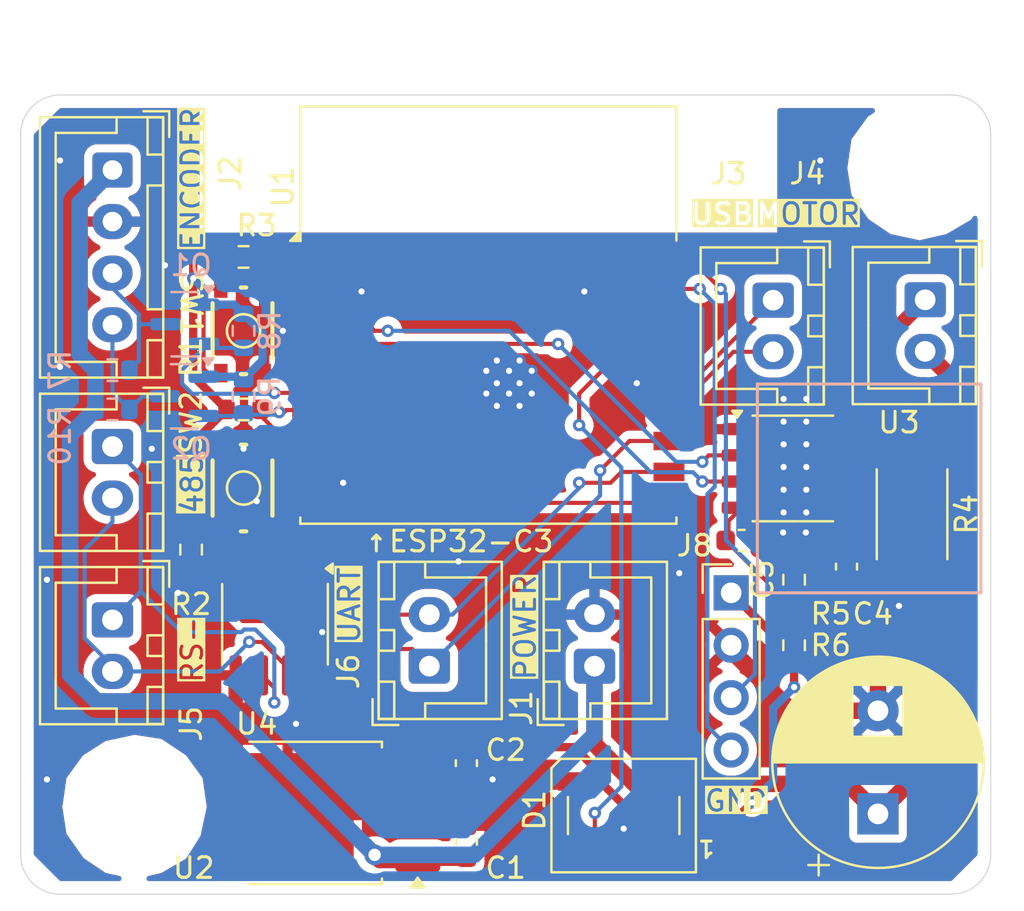
<source format=kicad_pcb>
(kicad_pcb (version 20241229) (generator "pcbnew") (generator_version "9.0")
  (layers (0 "F.Cu" signal) (2 "B.Cu" signal) (13 "F.Paste" user) (15 "B.Paste" user) (5 "F.SilkS" user "F.Silkscreen") (7 "B.SilkS" user "B.Silkscreen") (1 "F.Mask" user) (3 "B.Mask" user) (25 "Edge.Cuts" user))
  (net 0 "")
  (net 1 "GND")
  (net 2 "VDD")
  (net 3 "Net-(J2-Pin_4)")
  (net 4 "Net-(D1-DIN)")
  (net 6 "Net-(J2-Pin_3)")
  (net 7 "Phase_A")
  (net 8 "D-")
  (net 9 "D+")
  (net 10 "Net-(J5-Pin_1)")
  (net 11 "Net-(J5-Pin_2)")
  (net 12 "TX")
  (net 13 "RX")
  (net 14 "Net-(U1-IO8)")
  (net 15 "Net-(U1-IO9)")
  (net 16 "Net-(U1-EN)")
  (net 17 "MD_B")
  (net 18 "IO0")
  (net 19 "DE")
  (net 20 "MD_A")
  (net 22 "IO1")
  (net 23 "/Motor2")
  (net 24 "/Motor1")
  (net 25 "Net-(U3-RS)")
  (net 26 "Net-(U3-VREF)")
  (net 27 "+3.3V")
  (net 28 "Phase_B")
  (footprint "LED_SMD:LED_WS2812B_PLCC4_5.0x5.0mm_P3.2mm" (layer "F.Cu") (at 99.695 81.915 180)
    (property "Reference" "D1" (at 4.318 0.254 90) (layer "F.SilkS"))
    (property "Value" "Status")
    (fp_text user "1" (at -4 -1.6 180) (layer "F.SilkS") (effects (font (size 0.8 0.8))))
    (pad "1" smd roundrect (at -2.45 -1.65 180) (size 1.5 0.9) (layers "F.Cu" "F.Mask" "F.Paste") (roundrect_rratio 0.1) (net 27 "+3.3V"))
    (pad "2" smd roundrect (at -2.45 1.65 180) (size 1.5 0.9) (layers "F.Cu" "F.Mask" "F.Paste") (roundrect_rratio 0.1))
    (pad "3" smd roundrect (at 2.45 1.65 180) (size 1.5 0.9) (layers "F.Cu" "F.Mask" "F.Paste") (roundrect_rratio 0.1) (net 1 "GND"))
    (pad "4" smd roundrect (at 2.45 -1.65 180) (size 1.5 0.9) (layers "F.Cu" "F.Mask" "F.Paste") (roundrect_rratio 0.1) (net 4 "Net-(D1-DIN)"))
  )
  (footprint "MountingHole:MountingHole_3.2mm_M3" (layer "F.Cu") (at 114 50.5)
    (property "Reference" "H1" (hide yes))
    (property "Value" "M3")
    (pad "" np_thru_hole circle (at 0 0) (size 3.2 3.2) (drill 3.2) (layers "*.Cu" "*.Mask"))
  )
  (footprint "Connector_JST:JST_XH_B2B-XH-A_1x02_P2.50mm_Vertical" (layer "F.Cu") (at 98.281 74.676 90)
    (property "Reference" "J1" (at -2.032 -3.539 90) (layer "F.SilkS"))
    (property "Value" "Power")
    (pad "1" thru_hole roundrect (at 0 0 90) (size 1.7 2) (drill 1) (layers "*.Cu" "*.Mask") (roundrect_rratio 0.147059) (net 2 "VDD"))
    (pad "2" thru_hole oval (at 2.5 0 90) (size 1.7 2) (drill 1) (layers "*.Cu" "*.Mask") (net 1 "GND"))
  )
  (footprint "Resistor_SMD:R_0603_1608Metric" (layer "F.Cu") (at 81.28 62.23)
    (property "Reference" "R1" (at -2.54 -2.54 90) (layer "F.SilkS"))
    (property "Value" "10k")
    (pad "1" smd roundrect (at -0.825 0) (size 0.8 0.95) (layers "F.Cu" "F.Mask" "F.Paste") (net 27 "+3.3V"))
    (pad "2" smd roundrect (at 0.825 0) (size 0.8 0.95) (layers "F.Cu" "F.Mask" "F.Paste") (net 14 "Net-(U1-IO8)"))
  )
  (footprint "Connector_JST:JST_XH_B2B-XH-A_1x02_P2.50mm_Vertical" (layer "F.Cu") (at 114.3 56.916 -90)
    (property "Reference" "J4" (at -6.116 5.715 180) (layer "F.SilkS"))
    (property "Value" "Motor")
    (pad "1" thru_hole roundrect (at 0 0 270) (size 1.7 2) (drill 1) (layers "*.Cu" "*.Mask") (roundrect_rratio 0.147059) (net 23 "/Motor2"))
    (pad "2" thru_hole oval (at 2.5 0 270) (size 1.7 2) (drill 1) (layers "*.Cu" "*.Mask") (net 24 "/Motor1"))
  )
  (footprint "Capacitor_SMD:C_0603_1608Metric" (layer "F.Cu") (at 105.41 68.58)
    (property "Reference" "C5" (at 1.016 1.905 270) (layer "F.SilkS"))
    (property "Value" "0.1u")
    (pad "1" smd roundrect (at -0.775 0) (size 0.9 0.95) (layers "F.Cu" "F.Mask" "F.Paste") (net 26 "Net-(U3-VREF)"))
    (pad "2" smd roundrect (at 0.775 0) (size 0.9 0.95) (layers "F.Cu" "F.Mask" "F.Paste") (net 1 "GND"))
  )
  (footprint "Connector_JST:JST_XH_B4B-XH-A_1x04_P2.50mm_Vertical" (layer "F.Cu") (at 74.93 50.626 -90)
    (property "Reference" "J2" (at 0.174 -5.715 90) (layer "F.SilkS"))
    (property "Value" "Encoder")
    (pad "1" thru_hole roundrect (at 0 0 270) (size 1.7 1.95) (drill 0.95) (layers "*.Cu" "*.Mask") (roundrect_rratio 0.147059) (net 2 "VDD"))
    (pad "2" thru_hole oval (at 2.5 0 270) (size 1.7 1.95) (drill 0.95) (layers "*.Cu" "*.Mask") (net 1 "GND"))
    (pad "3" thru_hole oval (at 5 0 270) (size 1.7 1.95) (drill 0.95) (layers "*.Cu" "*.Mask") (net 6 "Net-(J2-Pin_3)"))
    (pad "4" thru_hole oval (at 7.5 0 270) (size 1.7 1.95) (drill 0.95) (layers "*.Cu" "*.Mask") (net 3 "Net-(J2-Pin_4)"))
  )
  (footprint "Library:SKRPABE010" (layer "F.Cu") (at 81.28 58.42 -90)
    (property "Reference" "SW1" (at -1.27 2.54 270) (layer "F.SilkS"))
    (property "Value" "SW_Push")
    (pad "1" smd rect (at -2.05 1.1 270) (size 0.9 0.65) (layers "F.Cu" "F.Mask" "F.Paste") (net 16 "Net-(U1-EN)"))
    (pad "2" smd rect (at 2.05 1.1 270) (size 0.9 0.65) (layers "F.Cu" "F.Mask" "F.Paste") (net 16 "Net-(U1-EN)"))
    (pad "3" smd rect (at 2.05 -1 270) (size 0.9 0.65) (layers "F.Cu" "F.Mask" "F.Paste") (net 1 "GND"))
    (pad "4" smd rect (at -2.05 -1 270) (size 0.9 0.65) (layers "F.Cu" "F.Mask" "F.Paste") (net 1 "GND"))
  )
  (footprint "Connector_JST:JST_XH_B2B-XH-A_1x02_P2.50mm_Vertical" (layer "F.Cu") (at 74.93 64.028 -90)
    (property "Reference" "J7" (hide yes))
    (property "Value" "RS485")
    (pad "1" thru_hole roundrect (at 0 0 270) (size 1.7 2) (drill 1) (layers "*.Cu" "*.Mask") (roundrect_rratio 0.147059) (net 10 "Net-(J5-Pin_1)"))
    (pad "2" thru_hole oval (at 2.5 0 270) (size 1.7 2) (drill 1) (layers "*.Cu" "*.Mask") (net 11 "Net-(J5-Pin_2)"))
  )
  (footprint "RF_Module:ESP32-C3-WROOM-02" (layer "F.Cu") (at 93.14 60.76)
    (property "Reference" "U1" (at -9.955 -9.325 270) (layer "F.SilkS"))
    (property "Value" "ESP32-C3-WROOM-02")
    (pad "1" smd rect (at -8.75 -6) (size 1.5 0.9) (layers "F.Cu" "F.Mask" "F.Paste") (net 27 "+3.3V"))
    (pad "2" smd rect (at -8.75 -4.5) (size 1.5 0.9) (layers "F.Cu" "F.Mask" "F.Paste") (net 16 "Net-(U1-EN)"))
    (pad "3" smd rect (at -8.75 -3) (size 1.5 0.9) (layers "F.Cu" "F.Mask" "F.Paste") (net 20 "MD_A"))
    (pad "4" smd rect (at -8.75 -1.5) (size 1.5 0.9) (layers "F.Cu" "F.Mask" "F.Paste") (net 17 "MD_B"))
    (pad "5" smd rect (at -8.75 0) (size 1.5 0.9) (layers "F.Cu" "F.Mask" "F.Paste") (net 7 "Phase_A"))
    (pad "6" smd rect (at -8.75 1.5) (size 1.5 0.9) (layers "F.Cu" "F.Mask" "F.Paste") (net 28 "Phase_B"))
    (pad "7" smd rect (at -8.75 3) (size 1.5 0.9) (layers "F.Cu" "F.Mask" "F.Paste") (net 14 "Net-(U1-IO8)"))
    (pad "8" smd rect (at -8.75 4.5) (size 1.5 0.9) (layers "F.Cu" "F.Mask" "F.Paste") (net 15 "Net-(U1-IO9)"))
    (pad "9" smd rect (at -8.75 6) (size 1.5 0.9) (layers "F.Cu" "F.Mask" "F.Paste") (net 1 "GND"))
    (pad "10" smd rect (at 8.75 6) (size 1.5 0.9) (layers "F.Cu" "F.Mask" "F.Paste") (net 19 "DE"))
    (pad "11" smd rect (at 8.75 4.5) (size 1.5 0.9) (layers "F.Cu" "F.Mask" "F.Paste") (net 13 "RX"))
    (pad "12" smd rect (at 8.75 3) (size 1.5 0.9) (layers "F.Cu" "F.Mask" "F.Paste") (net 12 "TX"))
    (pad "13" smd rect (at 8.75 1.5) (size 1.5 0.9) (layers "F.Cu" "F.Mask" "F.Paste") (net 8 "D-"))
    (pad "14" smd rect (at 8.75 0) (size 1.5 0.9) (layers "F.Cu" "F.Mask" "F.Paste") (net 9 "D+"))
    (pad "15" smd rect (at 8.75 -1.5) (size 1.5 0.9) (layers "F.Cu" "F.Mask" "F.Paste") (net 4 "Net-(D1-DIN)"))
    (pad "16" smd rect (at 8.75 -3) (size 1.5 0.9) (layers "F.Cu" "F.Mask" "F.Paste"))
    (pad "17" smd rect (at 8.75 -4.5) (size 1.5 0.9) (layers "F.Cu" "F.Mask" "F.Paste") (net 22 "IO1"))
    (pad "18" smd rect (at 8.75 -6) (size 1.5 0.9) (layers "F.Cu" "F.Mask" "F.Paste") (net 18 "IO0"))
    (pad "19" thru_hole circle (at -0.1 -0.4 90) (size 0.6 0.6) (drill 0.3) (property pad_prop_heatsink) (layers "*.Cu" "F.Mask") (net 1 "GND"))
    (pad "19" thru_hole circle (at -0.1 0.7 90) (size 0.6 0.6) (drill 0.3) (property pad_prop_heatsink) (layers "*.Cu" "F.Mask") (net 1 "GND"))
    (pad "19" thru_hole circle (at 0.41 -0.9) (size 0.6 0.6) (drill 0.3) (property pad_prop_heatsink) (layers "*.Cu" "F.Mask") (net 1 "GND"))
    (pad "19" thru_hole circle (at 0.41 0.2) (size 0.6 0.6) (drill 0.3) (property pad_prop_heatsink) (layers "*.Cu" "F.Mask") (net 1 "GND"))
    (pad "19" thru_hole circle (at 0.41 1.3) (size 0.6 0.6) (drill 0.3) (property pad_prop_heatsink) (layers "*.Cu" "F.Mask") (net 1 "GND"))
    (pad "19" smd rect (at 0.96 0.2) (size 2.9 2.9) (property pad_prop_heatsink) (layers "F.Cu" "F.Mask") (net 1 "GND"))
    (pad "19" thru_hole circle (at 1 -0.4 90) (size 0.6 0.6) (drill 0.3) (property pad_prop_heatsink) (layers "*.Cu" "F.Mask") (net 1 "GND"))
    (pad "19" thru_hole circle (at 1 0.7 90) (size 0.6 0.6) (drill 0.3) (property pad_prop_heatsink) (layers "*.Cu" "F.Mask") (net 1 "GND"))
    (pad "19" thru_hole circle (at 1.51 -0.9) (size 0.6 0.6) (drill 0.3) (property pad_prop_heatsink) (layers "*.Cu" "F.Mask") (net 1 "GND"))
    (pad "19" thru_hole circle (at 1.51 0.2) (size 0.6 0.6) (drill 0.3) (property pad_prop_heatsink) (layers "*.Cu" "F.Mask") (net 1 "GND"))
    (pad "19" thru_hole circle (at 1.51 1.3) (size 0.6 0.6) (drill 0.3) (property pad_prop_heatsink) (layers "*.Cu" "F.Mask") (net 1 "GND"))
    (pad "19" thru_hole circle (at 2.1 -0.4 90) (size 0.6 0.6) (drill 0.3) (property pad_prop_heatsink) (layers "*.Cu" "F.Mask") (net 1 "GND"))
    (pad "19" thru_hole circle (at 2.1 0.7 90) (size 0.6 0.6) (drill 0.3) (property pad_prop_heatsink) (layers "*.Cu" "F.Mask") (net 1 "GND"))
    (zone (net 0) (net_name "") (layers "F.Cu" "B.Cu") (connect_pads (clearance 0)) (min_thickness 0.254)
      (keepout (tracks not_allowed) (vias not_allowed) (pads not_allowed) (copperpour not_allowed) (footprints not_allowed))
      (fill (thermal_gap 0.508) (thermal_bridge_width 0.508))
      (polygon (pts (xy 79.14 53.66) (xy 107.14 53.66) (xy 107.14 42.66) (xy 79.14 42.66)))
    )
  )
  (footprint "Connector_JST:JST_XH_B2B-XH-A_1x02_P2.50mm_Vertical" (layer "F.Cu") (at 106.934 56.936 -90)
    (property "Reference" "J3" (at -6.136 2.159 180) (layer "F.SilkS"))
    (property "Value" "USB")
    (pad "1" thru_hole roundrect (at 0 0 270) (size 1.7 2) (drill 1) (layers "*.Cu" "*.Mask") (roundrect_rratio 0.147059) (net 9 "D+"))
    (pad "2" thru_hole oval (at 2.5 0 270) (size 1.7 2) (drill 1) (layers "*.Cu" "*.Mask") (net 8 "D-"))
  )
  (footprint "Library:SKRPABE010" (layer "F.Cu") (at 81.28 66.04 -90)
    (property "Reference" "SW2" (at -3.175 2.54 90) (layer "F.SilkS"))
    (property "Value" "SW_Push")
    (pad "1" smd rect (at -2.05 1.1 270) (size 0.9 0.65) (layers "F.Cu" "F.Mask" "F.Paste") (net 15 "Net-(U1-IO9)"))
    (pad "2" smd rect (at 2.05 1.1 270) (size 0.9 0.65) (layers "F.Cu" "F.Mask" "F.Paste") (net 15 "Net-(U1-IO9)"))
    (pad "3" smd rect (at 2.05 -1 270) (size 0.9 0.65) (layers "F.Cu" "F.Mask" "F.Paste") (net 1 "GND"))
    (pad "4" smd rect (at -2.05 -1 270) (size 0.9 0.65) (layers "F.Cu" "F.Mask" "F.Paste") (net 1 "GND"))
  )
  (footprint "Connector_JST:JST_XH_B2B-XH-A_1x02_P2.50mm_Vertical" (layer "F.Cu") (at 90.28 74.676 90)
    (property "Reference" "J6" (at -0.254 -3.92 90) (layer "F.SilkS"))
    (property "Value" "UART")
    (pad "1" thru_hole roundrect (at 0 0 90) (size 1.7 2) (drill 1) (layers "*.Cu" "*.Mask") (roundrect_rratio 0.147059) (net 12 "TX"))
    (pad "2" thru_hole oval (at 2.5 0 90) (size 1.7 2) (drill 1) (layers "*.Cu" "*.Mask") (net 13 "RX"))
  )
  (footprint "MountingHole:MountingHole_3.2mm_M3" (layer "F.Cu") (at 76 81.5)
    (property "Reference" "H2" (hide yes))
    (property "Value" "M3")
    (pad "" np_thru_hole circle (at 0 0) (size 3.2 3.2) (drill 3.2) (layers "*.Cu" "*.Mask"))
  )
  (footprint "Capacitor_SMD:C_0603_1608Metric" (layer "F.Cu") (at 92.075 79.375 -90)
    (property "Reference" "C2" (at -0.635 -1.905 0) (layer "F.SilkS"))
    (property "Value" "2.2u")
    (pad "1" smd roundrect (at -0.775 0 270) (size 0.9 0.95) (layers "F.Cu" "F.Mask" "F.Paste") (net 27 "+3.3V"))
    (pad "2" smd roundrect (at 0.775 0 270) (size 0.9 0.95) (layers "F.Cu" "F.Mask" "F.Paste") (net 1 "GND"))
  )
  (footprint "Capacitor_THT:CP_Radial_D10.0mm_P5.00mm" (layer "F.Cu") (at 112.014 81.835 90)
    (property "Reference" "C3" (hide yes))
    (property "Value" "470u")
    (pad "1" thru_hole rect (at 0 0 90) (size 2 2) (drill 1) (layers "*.Cu" "*.Mask") (net 2 "VDD"))
    (pad "2" thru_hole circle (at 5 0 90) (size 2 2) (drill 1) (layers "*.Cu" "*.Mask") (net 1 "GND"))
  )
  (footprint "Resistor_SMD:R_0603_1608Metric" (layer "F.Cu") (at 107.95 73.66 90)
    (property "Reference" "R6" (at 0 1.778 180) (layer "F.SilkS"))
    (property "Value" "2.2k")
    (pad "1" smd roundrect (at -0.825 0 90) (size 0.8 0.95) (layers "F.Cu" "F.Mask" "F.Paste") (net 27 "+3.3V"))
    (pad "2" smd roundrect (at 0.825 0 90) (size 0.8 0.95) (layers "F.Cu" "F.Mask" "F.Paste") (net 26 "Net-(U3-VREF)"))
  )
  (footprint "Capacitor_SMD:C_0603_1608Metric" (layer "F.Cu") (at 92.075 83.185 90)
    (property "Reference" "C1" (at -1.27 1.905 180) (layer "F.SilkS"))
    (property "Value" "0.33u")
    (pad "1" smd roundrect (at -0.775 0 90) (size 0.9 0.95) (layers "F.Cu" "F.Mask" "F.Paste") (net 2 "VDD"))
    (pad "2" smd roundrect (at 0.775 0 90) (size 0.9 0.95) (layers "F.Cu" "F.Mask" "F.Paste") (net 1 "GND"))
  )
  (footprint "Resistor_SMD:R_0603_1608Metric" (layer "F.Cu") (at 81.28 54.8386 180)
    (property "Reference" "R3" (at -0.635 1.524 180) (layer "F.SilkS"))
    (property "Value" "10k")
    (pad "1" smd roundrect (at -0.825 0 180) (size 0.8 0.95) (layers "F.Cu" "F.Mask" "F.Paste") (net 27 "+3.3V"))
    (pad "2" smd roundrect (at 0.825 0 180) (size 0.8 0.95) (layers "F.Cu" "F.Mask" "F.Paste") (net 16 "Net-(U1-EN)"))
  )
  (footprint "Connector_JST:JST_XH_B2B-XH-A_1x02_P2.50mm_Vertical" (layer "F.Cu") (at 74.93 72.43 -90)
    (property "Reference" "J5" (at 5.04 -3.81 90) (layer "F.SilkS"))
    (property "Value" "RS485")
    (pad "1" thru_hole roundrect (at 0 0 270) (size 1.7 2) (drill 1) (layers "*.Cu" "*.Mask") (roundrect_rratio 0.147059) (net 10 "Net-(J5-Pin_1)"))
    (pad "2" thru_hole oval (at 2.5 0 270) (size 1.7 2) (drill 1) (layers "*.Cu" "*.Mask") (net 11 "Net-(J5-Pin_2)"))
  )
  (footprint "Resistor_SMD:R_0603_1608Metric" (layer "F.Cu") (at 78.74 69.025 90)
    (property "Reference" "R2" (at -2.644 0 180) (layer "F.SilkS"))
    (property "Value" "10k")
    (pad "1" smd roundrect (at -0.825 0 90) (size 0.8 0.95) (layers "F.Cu" "F.Mask" "F.Paste") (net 27 "+3.3V"))
    (pad "2" smd roundrect (at 0.825 0 90) (size 0.8 0.95) (layers "F.Cu" "F.Mask" "F.Paste") (net 15 "Net-(U1-IO9)"))
  )
  (footprint "Package_TO_SOT_SMD:TO-252-2" (layer "F.Cu") (at 84.675 81.789 180)
    (property "Reference" "U2" (at 5.808 -2.666 0) (layer "F.SilkS"))
    (property "Value" "NJM2845DL1")
    (pad "1" smd roundrect (at -5.04 -2.28 180) (size 2.2 1.2) (layers "F.Cu" "F.Mask" "F.Paste") (roundrect_rratio 0.208333) (net 2 "VDD"))
    (pad "2" smd roundrect (at 1.26 0 180) (size 6.4 5.8) (layers "F.Cu" "F.Mask") (roundrect_rratio 0.043103) (net 1 "GND"))
    (pad "3" smd roundrect (at -5.04 2.28 180) (size 2.2 1.2) (layers "F.Cu" "F.Mask" "F.Paste") (roundrect_rratio 0.208333) (net 27 "+3.3V"))
  )
  (footprint "Connector_PinHeader_2.54mm:PinHeader_1x04_P2.54mm_Vertical" (layer "F.Cu") (at 104.902 71.12)
    (property "Reference" "J8" (at -1.778 -2.286 0) (layer "F.SilkS"))
    (property "Value" "Conn_01x04_Pin")
    (pad "1" thru_hole rect (at 0 0) (size 1.7 1.7) (drill 1) (layers "*.Cu" "*.Mask") (net 27 "+3.3V"))
    (pad "2" thru_hole circle (at 0 2.54) (size 1.7 1.7) (drill 1) (layers "*.Cu" "*.Mask") (net 1 "GND"))
    (pad "3" thru_hole circle (at 0 5.08) (size 1.7 1.7) (drill 1) (layers "*.Cu" "*.Mask") (net 18 "IO0"))
    (pad "4" thru_hole circle (at 0 7.62) (size 1.7 1.7) (drill 1) (layers "*.Cu" "*.Mask") (net 22 "IO1"))
  )
  (footprint "Package_SO:HSOP-8-1EP_3.9x4.9mm_P1.27mm_EP2.3x2.3mm" (layer "F.Cu") (at 107.89 65.091)
    (property "Reference" "U3" (at 5.14 -2.226 0) (layer "F.SilkS"))
    (property "Value" "TB67H450FNG")
    (pad "1" smd roundrect (at -2.475 -1.905) (size 1.95 0.6) (layers "F.Cu" "F.Mask" "F.Paste") (net 1 "GND"))
    (pad "2" smd roundrect (at -2.475 -0.635) (size 1.95 0.6) (layers "F.Cu" "F.Mask" "F.Paste") (net 17 "MD_B"))
    (pad "3" smd roundrect (at -2.475 0.635) (size 1.95 0.6) (layers "F.Cu" "F.Mask" "F.Paste") (net 20 "MD_A"))
    (pad "4" smd roundrect (at -2.475 1.905) (size 1.95 0.6) (layers "F.Cu" "F.Mask" "F.Paste") (net 26 "Net-(U3-VREF)"))
    (pad "5" smd roundrect (at 2.475 1.905) (size 1.95 0.6) (layers "F.Cu" "F.Mask" "F.Paste") (net 2 "VDD"))
    (pad "6" smd roundrect (at 2.475 0.635) (size 1.95 0.6) (layers "F.Cu" "F.Mask" "F.Paste") (net 24 "/Motor1"))
    (pad "7" smd roundrect (at 2.475 -0.635) (size 1.95 0.6) (layers "F.Cu" "F.Mask" "F.Paste") (net 25 "Net-(U3-RS)"))
    (pad "8" smd roundrect (at 2.475 -1.905) (size 1.95 0.6) (layers "F.Cu" "F.Mask" "F.Paste") (net 23 "/Motor2"))
    (pad "9" smd rect (at 0 0) (size 2.3 2.3) (property pad_prop_heatsink) (layers "F.Cu" "F.Mask") (net 1 "GND"))
  )
  (footprint "Capacitor_SMD:C_0603_1608Metric" (layer "F.Cu") (at 110.49 69.85 -90)
    (property "Reference" "C4" (at 2.286 -1.27 180) (layer "F.SilkS"))
    (property "Value" "0.1u")
    (pad "1" smd roundrect (at -0.775 0 270) (size 0.9 0.95) (layers "F.Cu" "F.Mask" "F.Paste") (net 2 "VDD"))
    (pad "2" smd roundrect (at 0.775 0 270) (size 0.9 0.95) (layers "F.Cu" "F.Mask" "F.Paste") (net 1 "GND"))
  )
  (footprint "Resistor_SMD:R_2512_6332Metric" (layer "F.Cu") (at 113.665 67.31 -90)
    (property "Reference" "R4" (at 0 -2.63 90) (layer "F.SilkS"))
    (property "Value" "0.1Ω")
    (pad "1" smd roundrect (at -2.9625 0 270) (size 1.225 3.35) (layers "F.Cu" "F.Mask" "F.Paste") (roundrect_rratio 0.204082) (net 25 "Net-(U3-RS)"))
    (pad "2" smd roundrect (at 2.9625 0 270) (size 1.225 3.35) (layers "F.Cu" "F.Mask" "F.Paste") (roundrect_rratio 0.204082) (net 1 "GND"))
  )
  (footprint "Resistor_SMD:R_0603_1608Metric" (layer "F.Cu") (at 107.95 70.485 90)
    (property "Reference" "R5" (at -1.651 1.778 180) (layer "F.SilkS"))
    (property "Value" "7.5k")
    (pad "1" smd roundrect (at -0.825 0 90) (size 0.8 0.95) (layers "F.Cu" "F.Mask" "F.Paste") (net 26 "Net-(U3-VREF)"))
    (pad "2" smd roundrect (at 0.825 0 90) (size 0.8 0.95) (layers "F.Cu" "F.Mask" "F.Paste") (net 1 "GND"))
  )
  (footprint "Package_SO:SOIC-8_3.9x4.9mm_P1.27mm" (layer "F.Cu") (at 82.804 72.644 -90)
    (property "Reference" "U4" (at 4.826 0.889 180) (layer "F.SilkS"))
    (property "Value" "MAX3485")
    (pad "1" smd roundrect (at -2.475 -1.905 270) (size 1.95 0.6) (layers "F.Cu" "F.Mask" "F.Paste") (net 13 "RX"))
    (pad "2" smd roundrect (at -2.475 -0.635 270) (size 1.95 0.6) (layers "F.Cu" "F.Mask" "F.Paste") (net 19 "DE"))
    (pad "3" smd roundrect (at -2.475 0.635 270) (size 1.95 0.6) (layers "F.Cu" "F.Mask" "F.Paste") (net 19 "DE"))
    (pad "4" smd roundrect (at -2.475 1.905 270) (size 1.95 0.6) (layers "F.Cu" "F.Mask" "F.Paste") (net 12 "TX"))
    (pad "5" smd roundrect (at 2.475 1.905 270) (size 1.95 0.6) (layers "F.Cu" "F.Mask" "F.Paste") (net 1 "GND"))
    (pad "6" smd roundrect (at 2.475 0.635 270) (size 1.95 0.6) (layers "F.Cu" "F.Mask" "F.Paste") (net 10 "Net-(J5-Pin_1)"))
    (pad "7" smd roundrect (at 2.475 -0.635 270) (size 1.95 0.6) (layers "F.Cu" "F.Mask" "F.Paste") (net 11 "Net-(J5-Pin_2)"))
    (pad "8" smd roundrect (at 2.475 -1.905 270) (size 1.95 0.6) (layers "F.Cu" "F.Mask" "F.Paste") (net 27 "+3.3V"))
  )
  (footprint "Package_TO_SOT_SMD:SOT-23" (layer "B.Cu") (at 78.4375 58.1 180)
    (property "Reference" "Q1" (at -0.3025 2.855 0) (layer "B.SilkS") (effects (justify mirror)))
    (property "Value" "BSS138")
    (pad "1" smd roundrect (at -0.9375 0.95 180) (size 1.475 0.6) (layers "B.Cu" "B.Mask" "B.Paste") (net 27 "+3.3V"))
    (pad "2" smd roundrect (at -0.9375 -0.95 180) (size 1.475 0.6) (layers "B.Cu" "B.Mask" "B.Paste") (net 7 "Phase_A"))
    (pad "3" smd roundrect (at 0.9375 0 180) (size 1.475 0.6) (layers "B.Cu" "B.Mask" "B.Paste") (net 6 "Net-(J2-Pin_3)"))
  )
  (footprint "Resistor_SMD:R_0603_1608Metric" (layer "B.Cu") (at 74.93 62.23)
    (property "Reference" "R10" (at -2.54 1.27 90) (layer "B.SilkS") (effects (justify mirror)))
    (property "Value" "10k")
    (pad "1" smd roundrect (at -0.825 0) (size 0.8 0.95) (layers "B.Cu" "B.Mask" "B.Paste") (net 2 "VDD"))
    (pad "2" smd roundrect (at 0.825 0) (size 0.8 0.95) (layers "B.Cu" "B.Mask" "B.Paste") (net 3 "Net-(J2-Pin_4)"))
  )
  (footprint "Resistor_SMD:R_0603_1608Metric" (layer "B.Cu") (at 81.28 58.42 -90)
    (property "Reference" "R8" (at 0 -1.27 90) (layer "B.SilkS") (effects (justify mirror)))
    (property "Value" "10k")
    (pad "1" smd roundrect (at -0.825 0 270) (size 0.8 0.95) (layers "B.Cu" "B.Mask" "B.Paste") (net 27 "+3.3V"))
    (pad "2" smd roundrect (at 0.825 0 270) (size 0.8 0.95) (layers "B.Cu" "B.Mask" "B.Paste") (net 7 "Phase_A"))
  )
  (footprint "Package_TO_SOT_SMD:SOT-23" (layer "B.Cu") (at 78.4075 61.595 180)
    (property "Reference" "Q2" (at -0.3325 -2.54 0) (layer "B.SilkS") (effects (justify mirror)))
    (property "Value" "BSS138")
    (pad "1" smd roundrect (at -0.9375 0.95 180) (size 1.475 0.6) (layers "B.Cu" "B.Mask" "B.Paste") (net 27 "+3.3V"))
    (pad "2" smd roundrect (at -0.9375 -0.95 180) (size 1.475 0.6) (layers "B.Cu" "B.Mask" "B.Paste") (net 28 "Phase_B"))
    (pad "3" smd roundrect (at 0.9375 0 180) (size 1.475 0.6) (layers "B.Cu" "B.Mask" "B.Paste") (net 3 "Net-(J2-Pin_4)"))
  )
  (footprint "Resistor_SMD:R_0603_1608Metric" (layer "B.Cu") (at 81.28 61.595 -90)
    (property "Reference" "R9" (at 0 -1.27 90) (layer "B.SilkS") (effects (justify mirror)))
    (property "Value" "10k")
    (pad "1" smd roundrect (at -0.825 0 270) (size 0.8 0.95) (layers "B.Cu" "B.Mask" "B.Paste") (net 27 "+3.3V"))
    (pad "2" smd roundrect (at 0.825 0 270) (size 0.8 0.95) (layers "B.Cu" "B.Mask" "B.Paste") (net 28 "Phase_B"))
  )
  (footprint "Resistor_SMD:R_0603_1608Metric" (layer "B.Cu") (at 74.93 60.325)
    (property "Reference" "R7" (at -2.54 0 90) (layer "B.SilkS") (effects (justify mirror)))
    (property "Value" "10k")
    (pad "1" smd roundrect (at -0.825 0) (size 0.8 0.95) (layers "B.Cu" "B.Mask" "B.Paste") (net 2 "VDD"))
    (pad "2" smd roundrect (at 0.825 0) (size 0.8 0.95) (layers "B.Cu" "B.Mask" "B.Paste") (net 6 "Net-(J2-Pin_3)"))
  )
  (gr_rect (start 106.172 61) (end 117 71.12) (stroke (width 0.15)) (fill no) (layer "B.SilkS"))
  (gr_arc (start 70.485 48.895) (mid 71.042962 47.547962) (end 72.39 46.99) (stroke (width 0.05)) (layer "Edge.Cuts"))
  (gr_line (start 72.39 85.725) (end 115.57 85.725) (stroke (width 0.05)) (layer "Edge.Cuts"))
  (gr_line (start 70.485 48.895) (end 70.485 83.82) (stroke (width 0.05)) (layer "Edge.Cuts"))
  (gr_arc (start 72.39 85.725) (mid 71.042962 85.167038) (end 70.485 83.82) (stroke (width 0.05)) (layer "Edge.Cuts"))
  (gr_arc (start 117.475 83.82) (mid 116.917038 85.167038) (end 115.57 85.725) (stroke (width 0.05)) (layer "Edge.Cuts"))
  (gr_line (start 115.57 46.99) (end 72.39 46.99) (stroke (width 0.05)) (layer "Edge.Cuts"))
  (gr_line (start 117.475 83.82) (end 117.475 48.895) (stroke (width 0.05)) (layer "Edge.Cuts"))
  (gr_arc (start 115.57 46.99) (mid 116.917038 47.547962) (end 117.475 48.895) (stroke (width 0.05)) (layer "Edge.Cuts"))
  (gr_text "RS-" (at 79.375 75.565 90) (layer "F.SilkS" knockout) (effects (font (size 1 1)) (justify left bottom)))
  (gr_text "POWER" (at 95.504 75.438 90) (layer "F.SilkS" knockout) (effects (font (size 1 1)) (justify left bottom)))
  (gr_text "GND" (at 105.156 81.788 0) (layer "F.SilkS" knockout) (effects (font (size 1 1)) (justify bottom)))
  (gr_text "UART" (at 86.995 73.66 90) (layer "F.SilkS" knockout) (effects (font (size 1 1)) (justify left bottom)))
  (gr_text "↑ESP32-C3" (at 86.995 69.215 0) (layer "F.SilkS") (effects (font (size 1 1)) (justify left bottom)))
  (gr_text "ENCODER" (at 79.375 54.61 90) (layer "F.SilkS" knockout) (effects (font (size 1 1)) (justify left bottom)))
  (gr_text "485" (at 79.375 67.378 90) (layer "F.SilkS" knockout) (effects (font (size 1 1)) (justify left bottom)))
  (gr_text "MOTOR" (at 106.045 53.34 0) (layer "F.SilkS" knockout) (effects (font (size 1 1)) (justify left bottom)))
  (gr_text "USB" (at 102.87 53.34 0) (layer "F.SilkS" knockout) (effects (font (size 1 1)) (justify left bottom)))
  (segment (start 107.89 66.875) (end 106.185 68.58) (width 0.4) (layer "F.Cu") (net 1))
  (segment (start 104.902 73.66) (end 104.902 73.918207) (width 0.8) (layer "F.Cu") (net 1))
  (segment (start 107.89 65.091) (end 107.89 66.875) (width 0.4) (layer "F.Cu") (net 1))
  (segment (start 110.842 70.2725) (end 110.49 70.625) (width 0.7) (layer "F.Cu") (net 1))
  (segment (start 81.304 61.446) (end 82.28 60.47) (width 0.4) (layer "F.Cu") (net 1))
  (segment (start 113.665 70.2725) (end 110.842 70.2725) (width 0.7) (layer "F.Cu") (net 1))
  (segment (start 90.679 81.789) (end 83.415 81.789) (width 0.7) (layer "F.Cu") (net 1))
  (segment (start 92.075 82.41) (end 91.3 82.41) (width 0.7) (layer "F.Cu") (net 1))
  (segment (start 112.014 76.835) (end 112.014 71.9235) (width 0.8) (layer "F.Cu") (net 1))
  (segment (start 106.116 63.186) (end 105.415 63.186) (width 0.7) (layer "F.Cu") (net 1))
  (segment (start 104.902 73.918207) (end 107.818793 76.835) (width 0.8) (layer "F.Cu") (net 1))
  (segment (start 83.06 68.09) (end 84.39 66.76) (width 0.4) (layer "F.Cu") (net 1))
  (segment (start 82.28 63.99) (end 81.304 63.014) (width 0.4) (layer "F.Cu") (net 1))
  (segment (start 82.28 68.09) (end 83.06 68.09) (width 0.4) (layer "F.Cu") (net 1))
  (segment (start 106.87 68.58) (end 107.95 69.66) (width 0.7) (layer "F.Cu") (net 1))
  (segment (start 107.95 69.66) (end 108.915 70.625) (width 0.7) (layer "F.Cu") (net 1))
  (segment (start 106.185 68.58) (end 106.87 68.58) (width 0.7) (layer "F.Cu") (net 1))
  (segment (start 82.28 56.37) (end 82.28 60.47) (width 0.4) (layer "F.Cu") (net 1))
  (segment (start 97.245 80.265) (end 92.19 80.265) (width 0.8) (layer "F.Cu") (net 1))
  (segment (start 91.3 82.41) (end 90.679 81.789) (width 0.7) (layer "F.Cu") (net 1))
  (segment (start 92.19 80.265) (end 92.075 80.15) (width 0.8) (layer "F.Cu") (net 1))
  (segment (start 108.915 70.625) (end 110.49 70.625) (width 0.7) (layer "F.Cu") (net 1))
  (segment (start 80.899 79.273) (end 80.899 75.119) (width 0.7) (layer "F.Cu") (net 1))
  (segment (start 81.304 63.014) (end 81.304 61.446) (width 0.4) (layer "F.Cu") (net 1))
  (segment (start 107.89 64.9605) (end 106.116 63.186) (width 0.7) (layer "F.Cu") (net 1))
  (segment (start 112.014 71.9235) (end 113.665 70.2725) (width 0.8) (layer "F.Cu") (net 1))
  (segment (start 107.818793 76.835) (end 112.014 76.835) (width 0.8) (layer "F.Cu") (net 1))
  (segment (start 106.185 68.58) (end 106.185 69.055) (width 0.7) (layer "F.Cu") (net 1))
  (segment (start 83.415 81.789) (end 80.899 79.273) (width 0.7) (layer "F.Cu") (net 1))
  (via (at 100.33 60.96) (size 0.6) (drill 0.3) (layers "F.Cu" "B.Cu") (net 1))
  (via (at 71.755 70.485) (size 0.6) (drill 0.3) (layers "F.Cu" "B.Cu") (net 1))
  (via (at 107.442 61.722) (size 0.6) (drill 0.3) (layers "F.Cu" "B.Cu") (net 1))
  (via (at 107.442 65.022) (size 0.6) (drill 0.3) (layers "F.Cu" "B.Cu") (net 1))
  (via (at 107.442 63.922) (size 0.6) (drill 0.3) (layers "F.Cu" "B.Cu") (net 1))
  (via (at 72.39 50.165) (size 0.6) (drill 0.3) (layers "F.Cu" "B.Cu") (net 1))
  (via (at 108.542 61.722) (size 0.6) (drill 0.3) (layers "F.Cu" "B.Cu") (net 1))
  (via (at 108.542 62.822) (size 0.6) (drill 0.3) (layers "F.Cu" "B.Cu") (net 1))
  (via (at 86.106 65.786) (size 0.6) (drill 0.3) (layers "F.Cu" "B.Cu") (net 1))
  (via (at 71.755 80.165) (size 0.6) (drill 0.3) (layers "F.Cu" "B.Cu") (net 1))
  (via (at 85.09 73.025) (size 0.6) (drill 0.3) (layers "F.Cu" "B.Cu") (net 1))
  (via (at 108.542 63.922) (size 0.6) (drill 0.3) (layers "F.Cu" "B.Cu") (net 1))
  (via (at 93.345 80.165) (size 0.6) (drill 0.3) (layers "F.Cu" "B.Cu") (net 1))
  (via (at 97.79 56.515) (size 0.6) (drill 0.3) (layers "F.Cu" "B.Cu") (net 1))
  (via (at 86.995 56.515) (size 0.6) (drill 0.3) (layers "F.Cu" "B.Cu") (net 1))
  (via (at 108.542 67.222) (size 0.6) (drill 0.3) (layers "F.Cu" "B.Cu") (net 1))
  (via (at 107.442 62.822) (size 0.6) (drill 0.3) (layers "F.Cu" "B.Cu") (net 1))
  (via (at 78.105 71.12) (size 0.6) (drill 0.3) (layers "F.Cu" "B.Cu") (net 1))
  (via (at 107.442 66.122) (size 0.6) (drill 0.3) (layers "F.Cu" "B.Cu") (net 1))
  (via (at 83.82 77.47) (size 0.6) (drill 0.3) (layers "F.Cu" "B.Cu") (net 1))
  (via (at 81.915 66.675) (size 0.6) (drill 0.3) (layers "F.Cu" "B.Cu") (net 1))
  (via (at 107.42 68.195) (size 0.6) (drill 0.3) (layers "F.Cu" "B.Cu") (net 1))
  (via (at 99.695 82.55) (size 0.6) (drill 0.3) (layers "F.Cu" "B.Cu") (net 1))
  (via (at 91.694 69.596) (size 0.6) (drill 0.3) (layers "F.Cu" "B.Cu") (net 1))
  (via (at 107.442 67.222) (size 0.6) (drill 0.3) (layers "F.Cu" "B.Cu") (net 1))
  (via (at 72.39 60.165) (size 0.6) (drill 0.3) (layers "F.Cu" "B.Cu") (net 1))
  (via (at 102.39 70.165) (size 0.6) (drill 0.3) (layers "F.Cu" "B.Cu") (net 1))
  (via (at 108.542 65.022) (size 0.6) (drill 0.3) (layers "F.Cu" "B.Cu") (net 1))
  (via (at 113.03 71.755) (size 0.6) (drill 0.3) (layers "F.Cu" "B.Cu") (net 1))
  (via (at 108.542 66.122) (size 0.6) (drill 0.3) (layers "F.Cu" "B.Cu") (net 1))
  (via (at 83.185 58.42) (size 0.6) (drill 0.3) (layers "F.Cu" "B.Cu") (net 1))
  (via (at 109.22 50.165) (size 0.6) (drill 0.3) (layers "F.Cu" "B.Cu") (net 1))
  (via (at 77.47 55.245) (size 0.6) (drill 0.3) (layers "F.Cu" "B.Cu") (net 1))
  (via (at 81.28 64.135) (size 0.6) (drill 0.3) (layers "F.Cu" "B.Cu") (net 1))
  (via (at 108.52 68.195) (size 0.6) (drill 0.3) (layers "F.Cu" "B.Cu") (net 1))
  (via (at 76.835 64.135) (size 0.6) (drill 0.3) (layers "F.Cu" "B.Cu") (net 1))
  (segment (start 115.941 69.550576) (end 113.386424 66.996) (width 0.8) (layer "F.Cu") (net 2))
  (segment (start 92.075 83.96) (end 89.824 83.96) (width 0.8) (layer "F.Cu") (net 2))
  (segment (start 112.014 81.835) (end 115.941 77.908) (width 0.8) (layer "F.Cu") (net 2))
  (segment (start 87.879 84.069) (end 87.63 83.82) (width 0.8) (layer "F.Cu") (net 2))
  (segment (start 102.621716 81.788) (end 101.617658 81.788) (width 0.8) (layer "F.Cu") (net 2))
  (segment (start 112.014 81.835) (end 110.558 80.379) (width 0.8) (layer "F.Cu") (net 2))
  (segment (start 89.824 83.96) (end 89.715 84.069) (width 0.8) (layer "F.Cu") (net 2))
  (segment (start 110.365 68.95) (end 110.49 69.075) (width 0.7) (layer "F.Cu") (net 2))
  (segment (start 98.281 78.451342) (end 98.281 74.422) (width 0.8) (layer "F.Cu") (net 2))
  (segment (start 110.558 80.379) (end 104.030716 80.379) (width 0.8) (layer "F.Cu") (net 2))
  (segment (start 115.941 77.908) (end 115.941 69.550576) (width 0.8) (layer "F.Cu") (net 2))
  (segment (start 113.386424 66.996) (end 110.365 66.996) (width 0.8) (layer "F.Cu") (net 2))
  (segment (start 104.030716 80.379) (end 102.621716 81.788) (width 0.8) (layer "F.Cu") (net 2))
  (segment (start 110.49 67.121) (end 110.365 66.996) (width 0.8) (layer "F.Cu") (net 2))
  (segment (start 89.715 84.069) (end 87.879 84.069) (width 0.8) (layer "F.Cu") (net 2))
  (segment (start 110.49 69.075) (end 110.49 67.121) (width 0.8) (layer "F.Cu") (net 2))
  (segment (start 101.617658 81.788) (end 98.281 78.451342) (width 0.8) (layer "F.Cu") (net 2))
  (via (at 87.63 83.82) (size 1) (drill 0.6) (layers "F.Cu" "B.Cu") (net 2))
  (segment (start 73.3411 52.2149) (end 74.93 50.626) (width 0.8) (layer "B.Cu") (net 2))
  (segment (start 73.3411 59.5611) (end 73.3411 52.2149) (width 0.8) (layer "B.Cu") (net 2))
  (segment (start 98.281 77.995) (end 92.456 83.82) (width 0.8) (layer "B.Cu") (net 2))
  (segment (start 74.105 62.23) (end 74.105 60.325) (width 0.8) (layer "B.Cu") (net 2))
  (segment (start 80.191 76.381) (end 74.178976 76.381) (width 0.8) (layer "B.Cu") (net 2))
  (segment (start 98.281 74.422) (end 98.281 77.995) (width 0.8) (layer "B.Cu") (net 2))
  (segment (start 92.456 83.82) (end 87.63 83.82) (width 0.8) (layer "B.Cu") (net 2))
  (segment (start 74.178976 76.381) (end 72.8802 75.082224) (width 0.8) (layer "B.Cu") (net 2))
  (segment (start 72.8802 63.4548) (end 74.105 62.23) (width 0.8) (layer "B.Cu") (net 2))
  (segment (start 87.63 83.82) (end 80.191 76.381) (width 0.8) (layer "B.Cu") (net 2))
  (segment (start 74.105 60.325) (end 73.3411 59.5611) (width 0.8) (layer "B.Cu") (net 2))
  (segment (start 72.8802 75.082224) (end 72.8802 63.4548) (width 0.8) (layer "B.Cu") (net 2))
  (segment (start 74.93 61.405) (end 74.93 58.126) (width 0.2) (layer "B.Cu") (net 3))
  (segment (start 76.39 61.595) (end 75.755 62.23) (width 0.2) (layer "B.Cu") (net 3))
  (segment (start 75.755 62.23) (end 74.93 61.405) (width 0.2) (layer "B.Cu") (net 3))
  (segment (start 77.47 61.595) (end 76.39 61.595) (width 0.2) (layer "B.Cu") (net 3))
  (segment (start 99.744 59.26) (end 101.89 59.26) (width 0.2) (layer "F.Cu") (net 4))
  (segment (start 98.298 82.512) (end 98.298 81.788) (width 0.2) (layer "F.Cu") (net 4))
  (segment (start 97.536 61.468) (end 99.744 59.26) (width 0.2) (layer "F.Cu") (net 4))
  (segment (start 97.536 62.992) (end 97.536 61.468) (width 0.2) (layer "F.Cu") (net 4))
  (segment (start 97.245 83.565) (end 98.298 82.512) (width 0.2) (layer "F.Cu") (net 4))
  (via (at 98.298 81.788) (size 0.6) (drill 0.3) (layers "F.Cu" "B.Cu") (net 4))
  (via (at 97.536 62.992) (size 0.6) (drill 0.3) (layers "F.Cu" "B.Cu") (net 4))
  (segment (start 98.298 81.788) (end 99.582 80.504) (width 0.2) (layer "B.Cu") (net 4))
  (segment (start 99.582 80.504) (end 99.582 65.038) (width 0.2) (layer "B.Cu") (net 4))
  (segment (start 99.582 65.038) (end 97.536 62.992) (width 0.2) (layer "B.Cu") (net 4))
  (segment (start 76.2067 57.6225) (end 76.2067 58.1) (width 0.2) (layer "B.Cu") (net 6))
  (segment (start 74.93 55.626) (end 74.93 56.3458) (width 0.2) (layer "B.Cu") (net 6))
  (segment (start 77.5 58.1) (end 76.2067 58.1) (width 0.2) (layer "B.Cu") (net 6))
  (segment (start 76.2067 58.1) (end 76.2067 59.8733) (width 0.2) (layer "B.Cu") (net 6))
  (segment (start 74.93 56.3458) (end 76.2067 57.6225) (width 0.2) (layer "B.Cu") (net 6))
  (segment (start 76.2067 59.8733) (end 75.755 60.325) (width 0.2) (layer "B.Cu") (net 6))
  (segment (start 82.771524 61.428574) (end 83.721426 61.428574) (width 0.2) (layer "F.Cu") (net 7))
  (segment (start 83.721426 61.428574) (end 84.39 60.76) (width 0.2) (layer "F.Cu") (net 7))
  (via (at 82.771524 61.428574) (size 0.6) (drill 0.3) (layers "F.Cu" "B.Cu") (net 7))
  (segment (start 79.365532 59.245) (end 78.3065 60.304032) (width 0.2) (layer "B.Cu") (net 7))
  (segment (start 81.28 59.245) (end 79.365532 59.245) (width 0.2) (layer "B.Cu") (net 7))
  (segment (start 81.085 59.05) (end 81.28 59.245) (width 0.2) (layer "B.Cu") (net 7))
  (segment (start 82.729098 61.471) (end 82.771524 61.428574) (width 0.2) (layer "B.Cu") (net 7))
  (segment (start 81.28 59.245) (end 79.57 59.245) (width 0.2) (layer "B.Cu") (net 7))
  (segment (start 78.3065 60.304032) (end 78.3065 60.985968) (width 0.2) (layer "B.Cu") (net 7))
  (segment (start 78.791532 61.471) (end 82.729098 61.471) (width 0.2) (layer "B.Cu") (net 7))
  (segment (start 78.3065 60.985968) (end 78.791532 61.471) (width 0.2) (layer "B.Cu") (net 7))
  (segment (start 79.57 59.245) (end 79.375 59.05) (width 0.2) (layer "B.Cu") (net 7))
  (segment (start 106.934 59.436) (end 105.016 59.436) (width 0.2) (layer "F.Cu") (net 8))
  (segment (start 102.941 61.511) (end 102.639 61.511) (width 0.2) (layer "F.Cu") (net 8))
  (segment (start 102.639 61.511) (end 101.89 62.26) (width 0.2) (layer "F.Cu") (net 8))
  (segment (start 105.016 59.436) (end 102.941 61.511) (width 0.2) (layer "F.Cu") (net 8))
  (segment (start 101.89 60.76) (end 103.11 60.76) (width 0.2) (layer "F.Cu") (net 9))
  (segment (start 103.11 60.76) (end 106.934 56.936) (width 0.2) (layer "F.Cu") (net 9))
  (segment (start 82.7709 75.7209) (end 82.7709 76.4342) (width 0.2) (layer "F.Cu") (net 10))
  (segment (start 82.169 75.119) (end 82.7709 75.7209) (width 0.2) (layer "F.Cu") (net 10))
  (via (at 82.7709 76.4342) (size 0.6) (drill 0.3) (layers "F.Cu" "B.Cu") (net 10))
  (segment (start 81.305357 72.8985) (end 81.178857 73.025) (width 0.2) (layer "B.Cu") (net 10))
  (segment (start 81.849 72.8985) (end 81.305357 72.8985) (width 0.2) (layer "B.Cu") (net 10))
  (segment (start 76.3032 71.0568) (end 74.93 72.43) (width 0.2) (layer "B.Cu") (net 10))
  (segment (start 82.7709 76.4342) (end 82.7709 73.8204) (width 0.2) (layer "B.Cu") (net 10))
  (segment (start 74.93 64.028) (end 76.3032 65.4012) (width 0.2) (layer "B.Cu") (net 10))
  (segment (start 82.7709 73.8204) (end 81.849 72.8985) (width 0.2) (layer "B.Cu") (net 10))
  (segment (start 78.2714 73.025) (end 76.3032 71.0568) (width 0.2) (layer "B.Cu") (net 10))
  (segment (start 76.3032 65.4012) (end 76.3032 71.0568) (width 0.2) (layer "B.Cu") (net 10))
  (segment (start 81.178857 73.025) (end 78.2714 73.025) (width 0.2) (layer "B.Cu") (net 10))
  (segment (start 83.439 74.7567) (end 82.1818 73.4995) (width 0.2) (layer "F.Cu") (net 11))
  (segment (start 82.1818 73.4995) (end 81.5543 73.4995) (width 0.2) (layer "F.Cu") (net 11))
  (segment (start 83.439 75.119) (end 83.439 74.7567) (width 0.2) (layer "F.Cu") (net 11))
  (via (at 81.5543 73.4995) (size 0.6) (drill 0.3) (layers "F.Cu" "B.Cu") (net 11))
  (segment (start 73.5812 69.0285) (end 74.93 67.6797) (width 0.2) (layer "B.Cu") (net 11))
  (segment (start 81.5543 73.4995) (end 80.1238 74.93) (width 0.2) (layer "B.Cu") (net 11))
  (segment (start 74.93 74.93) (end 74.93 74.6678) (width 0.2) (layer "B.Cu") (net 11))
  (segment (start 74.93 67.6797) (end 74.93 66.528) (width 0.2) (layer "B.Cu") (net 11))
  (segment (start 80.1238 74.93) (end 74.93 74.93) (width 0.2) (layer "B.Cu") (net 11))
  (segment (start 73.5812 73.319) (end 73.5812 69.0285) (width 0.2) (layer "B.Cu") (net 11))
  (segment (start 74.93 74.6678) (end 73.5812 73.319) (width 0.2) (layer "B.Cu") (net 11))
  (segment (start 81.605 71.445) (end 80.899 70.739) (width 0.2) (layer "F.Cu") (net 12))
  (segment (start 82.231909 71.445) (end 81.605 71.445) (width 0.2) (layer "F.Cu") (net 12))
  (segment (start 89.447 73.843) (end 84.629909 73.843) (width 0.2) (layer "F.Cu") (net 12))
  (segment (start 80.899 70.739) (end 80.899 70.169) (width 0.2) (layer "F.Cu") (net 12))
  (segment (start 84.629909 73.843) (end 82.231909 71.445) (width 0.2) (layer "F.Cu") (net 12))
  (segment (start 101.89 63.76) (end 99.978 63.76) (width 0.2) (layer "F.Cu") (net 12))
  (segment (start 99.978 63.76) (end 98.552 65.186) (width 0.2) (layer "F.Cu") (net 12))
  (segment (start 90.28 74.676) (end 89.447 73.843) (width 0.2) (layer "F.Cu") (net 12))
  (via (at 98.552 65.186) (size 0.6) (drill 0.3) (layers "F.Cu" "B.Cu") (net 12))
  (segment (start 98.552 66.404) (end 90.28 74.676) (width 0.2) (layer "B.Cu") (net 12))
  (segment (start 89.916 74.676) (end 90.28 74.676) (width 0.2) (layer "B.Cu") (net 12))
  (segment (start 98.552 65.186) (end 98.552 66.404) (width 0.2) (layer "B.Cu") (net 12))
  (segment (start 99.586 65.26) (end 101.89 65.26) (width 0.2) (layer "F.Cu") (net 13))
  (segment (start 90.28 72.176) (end 86.716 72.176) (width 0.2) (layer "F.Cu") (net 13))
  (segment (start 86.716 72.176) (end 84.709 70.169) (width 0.2) (layer "F.Cu") (net 13))
  (segment (start 99.06 65.786) (end 99.586 65.26) (width 0.2) (layer "F.Cu") (net 13))
  (segment (start 97.536 65.786) (end 99.06 65.786) (width 0.2) (layer "F.Cu") (net 13))
  (via (at 97.536 65.786) (size 0.6) (drill 0.3) (layers "F.Cu" "B.Cu") (net 13))
  (segment (start 91.4 72.176) (end 90.28 72.176) (width 0.2) (layer "B.Cu") (net 13))
  (segment (start 97.536 66.04) (end 91.4 72.176) (width 0.2) (layer "B.Cu") (net 13))
  (segment (start 97.536 65.786) (end 97.536 66.04) (width 0.2) (layer "B.Cu") (net 13))
  (segment (start 82.105 62.5267) (end 83.3383 63.76) (width 0.2) (layer "F.Cu") (net 14))
  (segment (start 82.105 62.23) (end 82.105 62.5267) (width 0.2) (layer "F.Cu") (net 14))
  (segment (start 83.3383 63.76) (end 84.39 63.76) (width 0.2) (layer "F.Cu") (net 14))
  (segment (start 80.18 63.99) (end 80.18 68.09) (width 0.2) (layer "F.Cu") (net 15))
  (segment (start 80.18 68.09) (end 78.85 68.09) (width 0.2) (layer "F.Cu") (net 15))
  (segment (start 81.45 65.26) (end 80.18 63.99) (width 0.2) (layer "F.Cu") (net 15))
  (segment (start 84.39 65.26) (end 81.45 65.26) (width 0.2) (layer "F.Cu") (net 15))
  (segment (start 78.85 68.09) (end 78.74 68.2) (width 0.2) (layer "F.Cu") (net 15))
  (segment (start 79.3422 56.5811) (end 79.3422 60.2589) (width 0.2) (layer "F.Cu") (net 16))
  (segment (start 80.18 55.139) (end 80.18 56.37) (width 0.2) (layer "F.Cu") (net 16))
  (segment (start 79.3422 60.2589) (end 79.5533 60.47) (width 0.2) (layer "F.Cu") (net 16))
  (segment (start 80.18 60.47) (end 79.5533 60.47) (width 0.2) (layer "F.Cu") (net 16))
  (segment (start 81.231 55.6146) (end 83.7446 55.6146) (width 0.2) (layer "F.Cu") (net 16))
  (segment (start 80.455 54.864) (end 80.18 55.139) (width 0.2) (layer "F.Cu") (net 16))
  (segment (start 80.455 54.8386) (end 81.231 55.6146) (width 0.2) (layer "F.Cu") (net 16))
  (segment (start 79.5533 56.37) (end 79.3422 56.5811) (width 0.2) (layer "F.Cu") (net 16))
  (segment (start 83.7446 55.6146) (end 84.39 56.26) (width 0.2) (layer "F.Cu") (net 16))
  (segment (start 80.18 56.37) (end 79.5533 56.37) (width 0.2) (layer "F.Cu") (net 16))
  (segment (start 96.52 59.055) (end 84.595 59.055) (width 0.2) (layer "F.Cu") (net 17))
  (segment (start 105.415 64.456) (end 103.819 64.456) (width 0.2) (layer "F.Cu") (net 17))
  (segment (start 103.819 64.456) (end 103.505 64.77) (width 0.2) (layer "F.Cu") (net 17))
  (segment (start 84.595 59.055) (end 84.39 59.26) (width 0.2) (layer "F.Cu") (net 17))
  (via (at 103.505 64.77) (size 0.6) (drill 0.3) (layers "F.Cu" "B.Cu") (net 17))
  (via (at 96.52 59.055) (size 0.6) (drill 0.3) (layers "F.Cu" "B.Cu") (net 17))
  (segment (start 102.235 64.77) (end 96.52 59.055) (width 0.2) (layer "B.Cu") (net 17))
  (segment (start 103.505 64.77) (end 102.235 64.77) (width 0.2) (layer "B.Cu") (net 17))
  (segment (start 101.89 54.76) (end 102.766 54.76) (width 0.2) (layer "F.Cu") (net 18))
  (segment (start 102.766 54.76) (end 104.394 56.388) (width 0.2) (layer "F.Cu") (net 18))
  (via (at 104.394 56.388) (size 0.6) (drill 0.3) (layers "F.Cu" "B.Cu") (net 18))
  (segment (start 106.053 75.049) (end 104.902 76.2) (width 0.2) (layer "B.Cu") (net 18))
  (segment (start 104.394 56.388) (end 104.648 56.642) (width 0.2) (layer "B.Cu") (net 18))
  (segment (start 104.648 56.642) (end 104.648 68.564) (width 0.2) (layer "B.Cu") (net 18))
  (segment (start 106.053 69.969) (end 106.053 75.049) (width 0.2) (layer "B.Cu") (net 18))
  (segment (start 104.648 68.564) (end 106.053 69.969) (width 0.2) (layer "B.Cu") (net 18))
  (segment (start 83.439 69.822032) (end 83.439 70.169) (width 0.2) (layer "F.Cu") (net 19))
  (segment (start 82.169 70.169) (end 83.439 70.169) (width 0.2) (layer "F.Cu") (net 19))
  (segment (start 101.89 66.76) (end 86.501032 66.76) (width 0.2) (layer "F.Cu") (net 19))
  (segment (start 86.501032 66.76) (end 83.439 69.822032) (width 0.2) (layer "F.Cu") (net 19))
  (segment (start 86.97 57.76) (end 84.39 57.76) (width 0.2) (layer "F.Cu") (net 20))
  (segment (start 88.265 58.42) (end 87.63 58.42) (width 0.2) (layer "F.Cu") (net 20))
  (segment (start 87.63 58.42) (end 86.97 57.76) (width 0.2) (layer "F.Cu") (net 20))
  (segment (start 105.415 65.726) (end 103.505 65.726) (width 0.2) (layer "F.Cu") (net 20))
  (via (at 103.505 65.726) (size 0.6) (drill 0.3) (layers "F.Cu" "B.Cu") (net 20))
  (via (at 88.265 58.42) (size 0.6) (drill 0.3) (layers "F.Cu" "B.Cu") (net 20))
  (segment (start 88.265 58.42) (end 94.1499 58.42) (width 0.2) (layer "B.Cu") (net 20))
  (segment (start 103.054 65.275) (end 103.505 65.726) (width 0.2) (layer "B.Cu") (net 20))
  (segment (start 101.005 65.275) (end 103.054 65.275) (width 0.2) (layer "B.Cu") (net 20))
  (segment (start 94.1499 58.42) (end 101.005 65.275) (width 0.2) (layer "B.Cu") (net 20))
  (segment (start 102.018 56.388) (end 101.89 56.26) (width 0.2) (layer "F.Cu") (net 22))
  (segment (start 103.378 56.388) (end 102.018 56.388) (width 0.2) (layer "F.Cu") (net 22))
  (via (at 103.378 56.388) (size 0.6) (drill 0.3) (layers "F.Cu" "B.Cu") (net 22))
  (segment (start 104.106 65.974943) (end 104.106 57.116) (width 0.2) (layer "B.Cu") (net 22))
  (segment (start 104.106 57.116) (end 103.378 56.388) (width 0.2) (layer "B.Cu") (net 22))
  (segment (start 104.902 78.74) (end 103.751 77.589) (width 0.2) (layer "B.Cu") (net 22))
  (segment (start 103.751 66.329943) (end 104.106 65.974943) (width 0.2) (layer "B.Cu") (net 22))
  (segment (start 103.751 77.589) (end 103.751 66.329943) (width 0.2) (layer "B.Cu") (net 22))
  (segment (start 110.365 60.851) (end 114.3 56.916) (width 0.7) (layer "F.Cu") (net 23))
  (segment (start 110.365 63.186) (end 110.365 60.851) (width 0.7) (layer "F.Cu") (net 23))
  (segment (start 115.941 65.0694) (end 115.284 65.726) (width 0.8) (layer "F.Cu") (net 24))
  (segment (start 115.941 61.057) (end 115.941 65.0694) (width 0.8) (layer "F.Cu") (net 24))
  (segment (start 114.3 59.416) (end 115.941 61.057) (width 0.8) (layer "F.Cu") (net 24))
  (segment (start 115.284 65.726) (end 110.365 65.726) (width 0.8) (layer "F.Cu") (net 24))
  (segment (start 110.365 64.456) (end 113.556 64.456) (width 0.7) (layer "F.Cu") (net 25))
  (segment (start 113.556 64.456) (end 113.665 64.3475) (width 0.7) (layer "F.Cu") (net 25))
  (segment (start 107.95 71.31) (end 107.95 72.835) (width 0.2) (layer "F.Cu") (net 26))
  (segment (start 104.635 68.58) (end 104.775 68.44) (width 0.2) (layer "F.Cu") (net 26))
  (segment (start 107.365 71.31) (end 104.635 68.58) (width 0.2) (layer "F.Cu") (net 26))
  (segment (start 104.775 67.636) (end 105.415 66.996) (width 0.2) (layer "F.Cu") (net 26))
  (segment (start 107.95 71.31) (end 107.365 71.31) (width 0.2) (layer "F.Cu") (net 26))
  (segment (start 104.775 68.44) (end 104.775 67.636) (width 0.2) (layer "F.Cu") (net 26))
  (segment (start 81.28 72.39) (end 78.74 69.85) (width 0.4) (layer "F.Cu") (net 27))
  (segment (start 89.715 79.509) (end 89.099 79.509) (width 0.4) (layer "F.Cu") (net 27))
  (segment (start 84.14 74.55) (end 84.14 74.061611) (width 0.4) (layer "F.Cu") (net 27))
  (segment (start 82.105 54.8386) (end 84.3114 54.8386) (width 0.4) (layer "F.Cu") (net 27))
  (segment (start 80.000516 53.9626) (end 78.8412 55.121916) (width 0.4) (layer "F.Cu") (net 27))
  (segment (start 101.853 83.565) (end 98.396 80.108) (width 0.4) (layer "F.Cu") (net 27))
  (segment (start 82.468389 72.39) (end 81.28 72.39) (width 0.4) (layer "F.Cu") (net 27))
  (segment (start 78.8412 55.121916) (end 78.8412 55.88) (width 0.4) (layer "F.Cu") (net 27))
  (segment (start 78.8412 55.88) (end 78.8412 60.6162) (width 0.4) (layer "F.Cu") (net 27))
  (segment (start 103.633 83.565) (end 105.918 81.28) (width 0.4) (layer "F.Cu") (net 27))
  (segment (start 107.95 74.485) (end 107.95 74.168) (width 0.4) (layer "F.Cu") (net 27))
  (segment (start 102.145 83.565) (end 103.633 83.565) (width 0.4) (layer "F.Cu") (net 27))
  (segment (start 98.396 79.699128) (end 97.296872 78.6) (width 0.4) (layer "F.Cu") (net 27))
  (segment (start 84.3114 54.8386) (end 84.39 54.76) (width 0.4) (layer "F.Cu") (net 27))
  (segment (start 97.296872 78.6) (end 92.075 78.6) (width 0.4) (layer "F.Cu") (net 27))
  (segment (start 90.624 78.6) (end 89.715 79.509) (width 0.4) (layer "F.Cu") (net 27))
  (segment (start 98.396 80.108) (end 98.396 79.699128) (width 0.4) (layer "F.Cu") (net 27))
  (segment (start 89.099 79.509) (end 84.14 74.55) (width 0.4) (layer "F.Cu") (net 27))
  (segment (start 107.95 75.692) (end 107.95 74.485) (width 0.4) (layer "F.Cu") (net 27))
  (segment (start 77.8348 64.8502) (end 77.8348 68.9448) (width 0.4) (layer "F.Cu") (net 27))
  (segment (start 77.8348 68.9448) (end 78.74 69.85) (width 0.4) (layer "F.Cu") (net 27))
  (segment (start 82.105 54.8386) (end 81.229 53.9626) (width 0.4) (layer "F.Cu") (net 27))
  (segment (start 107.95 74.168) (end 104.902 71.12) (width 0.4) (layer "F.Cu") (net 27))
  (segment (start 104.902 71.12) (end 104.394 71.12) (width 0.4) (layer "F.Cu") (net 27))
  (segment (start 92.075 78.6) (end 90.624 78.6) (width 0.4) (layer "F.Cu") (net 27))
  (segment (start 84.14 74.061611) (end 82.468389 72.39) (width 0.4) (layer "F.Cu") (net 27))
  (segment (start 102.145 83.565) (end 101.853 83.565) (width 0.4) (layer "F.Cu") (net 27))
  (segment (start 78.8412 60.6162) (end 80.455 62.23) (width 0.4) (layer "F.Cu") (net 27))
  (segment (start 81.229 53.9626) (end 80.000516 53.9626) (width 0.4) (layer "F.Cu") (net 27))
  (segment (start 80.455 62.23) (end 77.8348 64.8502) (width 0.4) (layer "F.Cu") (net 27))
  (via (at 105.918 81.28) (size 0.6) (drill 0.3) (layers "F.Cu" "B.Cu") (net 27))
  (via (at 78.8412 55.88) (size 0.6) (drill 0.3) (layers "F.Cu" "B.Cu") (net 27))
  (via (at 107.95 75.692) (size 0.6) (drill 0.3) (layers "F.Cu" "B.Cu") (net 27))
  (segment (start 79.375 57.15) (end 80.835 57.15) (width 0.4) (layer "B.Cu") (net 27))
  (segment (start 81.155 60.645) (end 79.345 60.645) (width 0.4) (layer "B.Cu") (net 27))
  (segment (start 107.95 75.692) (end 106.934 76.708) (width 0.4) (layer "B.Cu") (net 27))
  (segment (start 82.2023 58.5173) (end 82.2023 59.8477) (width 0.4) (layer "B.Cu") (net 27))
  (segment (start 81.28 57.595) (end 82.2023 58.5173) (width 0.4) (layer "B.Cu") (net 27))
  (segment (start 106.934 80.264) (end 105.918 81.28) (width 0.4) (layer "B.Cu") (net 27))
  (segment (start 82.2023 59.8477) (end 81.28 60.77) (width 0.4) (layer "B.Cu") (net 27))
  (segment (start 79.375 57.15) (end 79.375 56.4138) (width 0.4) (layer "B.Cu") (net 27))
  (segment (start 80.835 57.15) (end 81.28 57.595) (width 0.4) (layer "B.Cu") (net 27))
  (segment (start 106.934 76.708) (end 106.934 80.264) (width 0.4) (layer "B.Cu") (net 27))
  (segment (start 79.375 56.4138) (end 78.8412 55.88) (width 0.4) (layer "B.Cu") (net 27))
  (segment (start 81.28 60.77) (end 81.155 60.645) (width 0.4) (layer "B.Cu") (net 27))
  (segment (start 83.3383 62.26) (end 84.39 62.26) (width 0.2) (layer "F.Cu") (net 28))
  (segment (start 83.3383 62.2772) (end 83.3383 62.26) (width 0.2) (layer "F.Cu") (net 28))
  (segment (start 83.005 62.362233) (end 83.253267 62.362233) (width 0.2) (layer "F.Cu") (net 28))
  (segment (start 83.253267 62.362233) (end 83.3383 62.2772) (width 0.2) (layer "F.Cu") (net 28))
  (via (at 83.005 62.362233) (size 0.6) (drill 0.3) (layers "F.Cu" "B.Cu") (net 28))
  (segment (start 81.28 62.4825) (end 81.28 62.42) (width 0.2) (layer "B.Cu") (net 28))
  (segment (start 82.884733 62.4825) (end 81.28 62.4825) (width 0.2) (layer "B.Cu") (net 28))
  (segment (start 81.2175 62.545) (end 81.28 62.4825) (width 0.2) (layer "B.Cu") (net 28))
  (segment (start 79.345 62.545) (end 81.2175 62.545) (width 0.2) (layer "B.Cu") (net 28))
  (segment (start 83.005 62.362233) (end 82.884733 62.4825) (width 0.2) (layer "B.Cu") (net 28))
  (zone (net 2) (net_name "VDD") (layer "F.Cu") (priority 3) (connect_pads (clearance 0.4)) (min_thickness 0.25) (fill yes (thermal_gap 0.4) (thermal_bridge_width 0.5))
    (polygon (pts (xy 109.22 66.675) (xy 116.84 66.675) (xy 116.84 75.565) (xy 115.57 75.565) (xy 115.57 70.485) (xy 109.22 70.485)))
  )
  (zone (net 25) (net_name "Net-(U3-RS)") (layer "F.Cu") (priority 3) (connect_pads (clearance 0.4)) (min_thickness 0.25) (fill yes (thermal_gap 0) (thermal_bridge_width 0.5))
    (polygon (pts (xy 115.57 64.77) (xy 115.57 60.96) (xy 112.395 59.055) (xy 111.125 60.96) (xy 111.125 64.77)))
  )
  (zone (net 1) (net_name "GND") (layers "F.Cu" "B.Cu") (priority 2) (connect_pads (clearance 0.4)) (min_thickness 0.25) (fill yes (thermal_gap 0.4) (thermal_bridge_width 0.5))
    (polygon (pts (xy 115.57 85.09) (xy 116.84 83.82) (xy 116.84 48.895) (xy 115.57 47.625) (xy 102.87 47.625) (xy 72.39 47.625) (xy 71.12 48.895) (xy 71.12 83.82) (xy 72.39 85.09) (xy 105.41 85.09)))
  )
  (zone (net 0) (net_name "") (layers "F.Cu" "B.Cu" "Eco1.User") (connect_pads (clearance 0)) (min_thickness 0.25)
    (keepout (tracks not_allowed) (vias not_allowed) (pads not_allowed) (copperpour not_allowed) (footprints allowed))
    (fill (thermal_gap 0.5) (thermal_bridge_width 0.5))
    (polygon (pts (xy 117.527979 50.533679) (xy 117.327979 49.133679) (xy 116.527979 48.033679) (xy 115.327979 47.233679) (xy 114.027979 47.033679) (xy 112.627979 47.333679) (xy 111.527979 48.033679) (xy 110.727979 49.133679) (xy 110.527979 50.533679) (xy 110.727979 51.833679) (xy 111.553106 53.008553) (xy 112.627979 53.733679) (xy 114.027979 54.033679) (xy 115.327979 53.733679) (xy 116.527979 53.033679) (xy 117.227979 51.933679)))
  )
  (zone (net 0) (net_name "") (layers "F.Cu" "B.Cu" "Eco1.User") (connect_pads (clearance 0)) (min_thickness 0.25)
    (keepout (tracks not_allowed) (vias not_allowed) (pads not_allowed) (copperpour not_allowed) (footprints allowed))
    (fill (thermal_gap 0.5) (thermal_bridge_width 0.5))
    (polygon (pts (xy 79.5 81.5) (xy 79.3 80.1) (xy 78.5 79) (xy 77.3 78.2) (xy 76 78) (xy 74.6 78.3) (xy 73.5 79) (xy 72.7 80.1) (xy 72.5 81.5) (xy 72.7 82.8) (xy 73.525127 83.974874) (xy 74.6 84.7) (xy 76 85) (xy 77.3 84.7) (xy 78.5 84) (xy 79.2 82.9)))
  )
)
</source>
